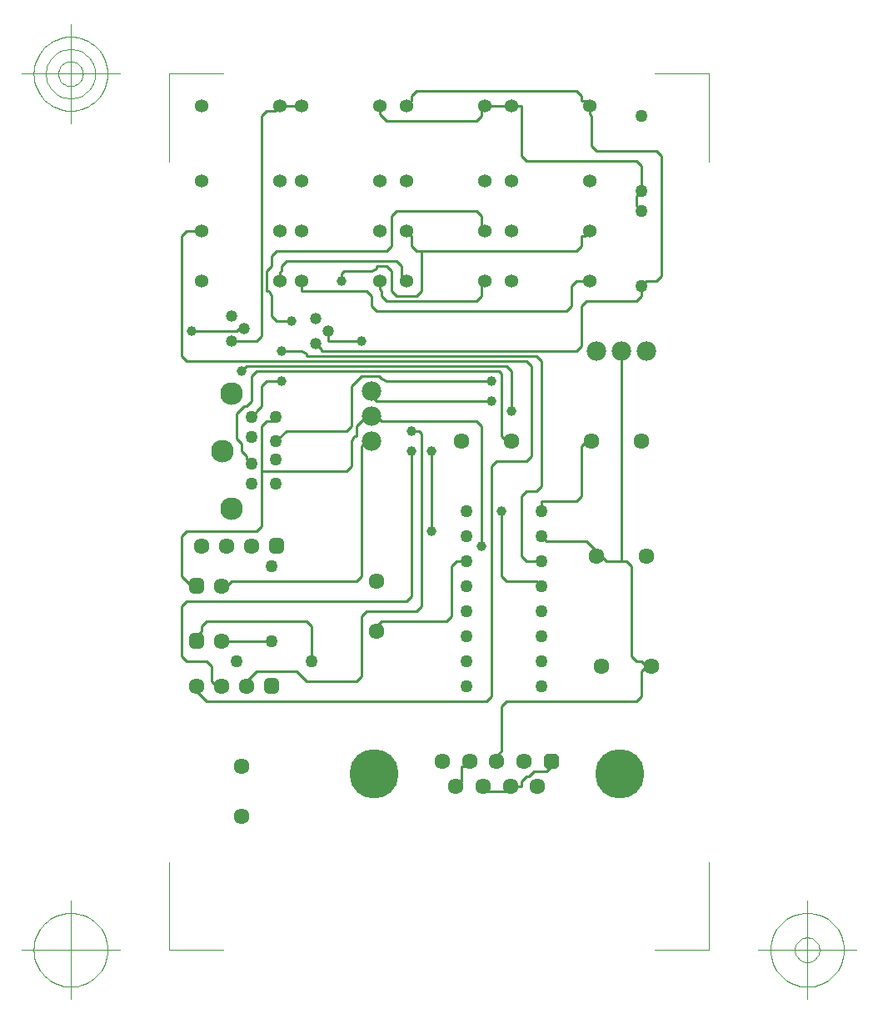
<source format=gbr>
G04 Generated by Ultiboard *
%FSLAX25Y25*%
%MOIN*%

%ADD14C,0.01000*%
%ADD13C,0.00394*%
%ADD15C,0.03937*%
%ADD16C,0.04943*%
%ADD17C,0.09055*%
%ADD18C,0.06334*%
%ADD19C,0.07834*%
%ADD20C,0.19666*%
%ADD21R,0.02667X0.02667*%
%ADD22C,0.03333*%
%ADD23C,0.05000*%
%ADD24R,0.02083X0.02083*%
%ADD25C,0.03917*%
%ADD26C,0.05337*%
%ADD27C,0.04666*%


%LNCopper Top*%
%LPD*%
%FSLAX25Y25*%
%MOIN*%
G54D14*
X74000Y254000D02*
X74000Y251000D01*
X74000Y251000D02*
X74000Y250000D01*
X36000Y236000D02*
X36000Y254000D01*
X180000Y284000D02*
X180000Y200000D01*
X124000Y206000D02*
X124000Y254000D01*
X144000Y278000D02*
X144000Y242000D01*
X72000Y254000D02*
X70000Y252000D01*
X70000Y252000D02*
X46000Y252000D01*
X46000Y252000D02*
X41748Y247748D01*
X96000Y252000D02*
X99000Y252000D01*
X99000Y252000D02*
X100000Y251000D01*
X100000Y251000D02*
X100000Y182000D01*
X148000Y230000D02*
X148000Y280000D01*
X132000Y250000D02*
X132000Y275000D01*
X26000Y259000D02*
X26000Y249000D01*
X128000Y146000D02*
X126000Y144000D01*
X126000Y144000D02*
X14000Y144000D01*
X133583Y108000D02*
X126667Y108000D01*
X126667Y108000D02*
X124667Y110000D01*
X115750Y112000D02*
X113750Y110000D01*
X119250Y120000D02*
X117250Y118000D01*
X117250Y118000D02*
X116000Y118000D01*
X116000Y118000D02*
X116000Y112000D01*
X116000Y112000D02*
X115750Y112000D01*
X70000Y236000D02*
X36000Y236000D01*
X74000Y192000D02*
X24000Y192000D01*
X94000Y184000D02*
X6000Y184000D01*
X74000Y152000D02*
X54000Y152000D01*
X24000Y192000D02*
X22000Y190000D01*
X22000Y190000D02*
X20000Y190000D01*
X4000Y194000D02*
X8000Y190000D01*
X8000Y190000D02*
X10000Y190000D01*
X40000Y168000D02*
X20000Y168000D01*
X54000Y176000D02*
X14000Y176000D01*
X34000Y156000D02*
X30000Y152000D01*
X30000Y152000D02*
X30000Y150000D01*
X14000Y160000D02*
X16000Y158000D01*
X16000Y158000D02*
X16000Y152000D01*
X16000Y152000D02*
X18000Y150000D01*
X14000Y144000D02*
X10000Y148000D01*
X10000Y148000D02*
X10000Y150000D01*
X18000Y150000D02*
X20000Y150000D01*
X14000Y176000D02*
X12000Y174000D01*
X12000Y174000D02*
X12000Y172000D01*
X12000Y172000D02*
X10000Y170000D01*
X4000Y182000D02*
X4000Y162000D01*
X10000Y170000D02*
X10000Y168000D01*
X4000Y162000D02*
X6000Y160000D01*
X6000Y160000D02*
X14000Y160000D01*
X6000Y184000D02*
X4000Y182000D01*
X54000Y152000D02*
X50000Y156000D01*
X50000Y156000D02*
X34000Y156000D01*
X56000Y160000D02*
X56000Y174000D01*
X56000Y174000D02*
X54000Y176000D01*
X34000Y212000D02*
X6000Y212000D01*
X28000Y244000D02*
X30000Y242000D01*
X30000Y242000D02*
X30000Y240598D01*
X30000Y240598D02*
X31906Y238693D01*
X4000Y210000D02*
X4000Y194000D01*
X6000Y212000D02*
X4000Y210000D01*
X26000Y249000D02*
X28000Y247000D01*
X28000Y247000D02*
X28000Y244000D01*
X36000Y236000D02*
X36000Y214000D01*
X36000Y214000D02*
X34000Y212000D01*
X96000Y244000D02*
X96000Y186000D01*
X112000Y198000D02*
X112000Y178000D01*
X96000Y186000D02*
X94000Y184000D01*
X110000Y176000D02*
X84000Y176000D01*
X98000Y180000D02*
X78000Y180000D01*
X76000Y178000D02*
X76000Y154000D01*
X76000Y154000D02*
X74000Y152000D01*
X78000Y180000D02*
X76000Y178000D01*
X84000Y176000D02*
X82000Y174000D01*
X82000Y174000D02*
X82000Y172000D01*
X112000Y178000D02*
X110000Y176000D01*
X100000Y182000D02*
X98000Y180000D01*
X76000Y246000D02*
X76000Y194000D01*
X76000Y194000D02*
X74000Y192000D01*
X80000Y248000D02*
X78000Y248000D01*
X78000Y248000D02*
X76000Y246000D01*
X72000Y238000D02*
X70000Y236000D01*
X74000Y250000D02*
X73000Y250000D01*
X73000Y250000D02*
X72000Y248000D01*
X72000Y248000D02*
X72000Y238000D01*
X104000Y244000D02*
X104000Y212000D01*
X118000Y200000D02*
X114000Y200000D01*
X114000Y200000D02*
X112000Y198000D01*
X132000Y142000D02*
X132000Y124000D01*
X145000Y116000D02*
X143000Y114000D01*
X143000Y114000D02*
X142000Y114000D01*
X142000Y114000D02*
X140000Y112000D01*
X135583Y110000D02*
X133583Y108000D01*
X140000Y112000D02*
X140000Y110000D01*
X140000Y110000D02*
X135583Y110000D01*
X132000Y124000D02*
X130167Y122167D01*
X130167Y122167D02*
X130167Y120000D01*
X152000Y120000D02*
X152000Y118000D01*
X152000Y118000D02*
X150000Y116000D01*
X150000Y116000D02*
X145000Y116000D01*
X192000Y158000D02*
X190000Y158000D01*
X190000Y158000D02*
X188000Y160000D01*
X188000Y160000D02*
X186000Y160000D01*
X192000Y158000D02*
X190000Y158000D01*
X190000Y158000D02*
X188000Y156000D01*
X188000Y156000D02*
X188000Y146000D01*
X188000Y146000D02*
X186000Y144000D01*
X184000Y162000D02*
X184000Y198000D01*
X128000Y238000D02*
X128000Y146000D01*
X148000Y190000D02*
X146000Y192000D01*
X186000Y144000D02*
X134000Y144000D01*
X134000Y144000D02*
X132000Y142000D01*
X186000Y160000D02*
X184000Y162000D01*
X166000Y208000D02*
X150000Y208000D01*
X162000Y224000D02*
X148000Y224000D01*
X148000Y224000D02*
X148000Y220000D01*
X132000Y194000D02*
X132000Y220000D01*
X140000Y202000D02*
X140000Y226000D01*
X146000Y192000D02*
X134000Y192000D01*
X148000Y200000D02*
X142000Y200000D01*
X142000Y200000D02*
X140000Y202000D01*
X134000Y192000D02*
X132000Y194000D01*
X150000Y208000D02*
X148000Y210000D01*
X144000Y242000D02*
X142000Y240000D01*
X142000Y240000D02*
X130000Y240000D01*
X140000Y226000D02*
X142000Y228000D01*
X142000Y228000D02*
X146000Y228000D01*
X130000Y240000D02*
X128000Y238000D01*
X136000Y248000D02*
X134000Y248000D01*
X134000Y248000D02*
X132000Y250000D01*
X146000Y228000D02*
X148000Y230000D01*
X182000Y200000D02*
X174000Y200000D01*
X174000Y200000D02*
X172000Y202000D01*
X172000Y202000D02*
X170000Y202000D01*
X170000Y202000D02*
X170000Y204000D01*
X170000Y204000D02*
X166000Y208000D01*
X184000Y198000D02*
X182000Y200000D01*
X164000Y246000D02*
X164000Y226000D01*
X164000Y226000D02*
X162000Y224000D01*
X168000Y248000D02*
X166000Y248000D01*
X166000Y248000D02*
X164000Y246000D01*
X125433Y382000D02*
X124000Y380567D01*
X135937Y382000D02*
X125433Y382000D01*
X125433Y312000D02*
X124000Y310567D01*
X162000Y324000D02*
X98000Y324000D01*
X125433Y332000D02*
X124000Y333433D01*
X6000Y280000D02*
X142000Y280000D01*
X128000Y264000D02*
X82000Y264000D01*
X128000Y272000D02*
X86000Y272000D01*
X162000Y388000D02*
X98000Y388000D01*
X162000Y284000D02*
X60000Y284000D01*
X134000Y278000D02*
X30000Y278000D01*
X146000Y282000D02*
X55000Y282000D01*
X131000Y276000D02*
X34000Y276000D01*
X158000Y300000D02*
X82000Y300000D01*
X124000Y380567D02*
X124000Y378000D01*
X124000Y378000D02*
X122000Y376000D01*
X86000Y376000D02*
X83433Y378567D01*
X83433Y378567D02*
X83433Y382000D01*
X38000Y380000D02*
X36000Y378000D01*
X36000Y378000D02*
X36000Y290000D01*
X62792Y291792D02*
X62792Y288000D01*
X62792Y288000D02*
X76000Y288000D01*
X90000Y320000D02*
X46000Y320000D01*
X86000Y324000D02*
X42000Y324000D01*
X78000Y308000D02*
X52000Y308000D01*
X44000Y318000D02*
X44000Y316000D01*
X44000Y316000D02*
X43433Y315433D01*
X43433Y315433D02*
X43433Y312000D01*
X40000Y318000D02*
X38000Y316000D01*
X38000Y316000D02*
X38000Y309000D01*
X4000Y330000D02*
X4000Y282000D01*
X34000Y288000D02*
X24000Y288000D01*
X30000Y278000D02*
X28000Y276000D01*
X34000Y259685D02*
X31906Y257591D01*
X34000Y276000D02*
X32000Y274000D01*
X32000Y274000D02*
X32000Y264000D01*
X32000Y264000D02*
X30000Y262000D01*
X30000Y262000D02*
X29000Y262000D01*
X4000Y282000D02*
X6000Y280000D01*
X29000Y262000D02*
X26000Y259000D01*
X8000Y292000D02*
X26000Y292000D01*
X26000Y292000D02*
X27000Y293000D01*
X27000Y293000D02*
X29000Y293000D01*
X60000Y284000D02*
X60000Y284583D01*
X60000Y284583D02*
X57792Y286792D01*
X55000Y282000D02*
X54000Y282000D01*
X54000Y282000D02*
X54000Y283000D01*
X54000Y283000D02*
X52000Y284000D01*
X52000Y284000D02*
X44000Y284000D01*
X36000Y270000D02*
X36000Y262000D01*
X36000Y254000D02*
X38000Y256000D01*
X38000Y256000D02*
X40157Y256000D01*
X40157Y256000D02*
X41748Y257591D01*
X36000Y262000D02*
X34000Y260000D01*
X34000Y260000D02*
X34000Y259685D01*
X44000Y272000D02*
X38000Y272000D01*
X38000Y272000D02*
X36000Y270000D01*
X42000Y296000D02*
X48000Y296000D01*
X40000Y306000D02*
X40000Y298000D01*
X40000Y298000D02*
X42000Y296000D01*
X36000Y290000D02*
X34000Y288000D01*
X38000Y309000D02*
X38000Y308000D01*
X38000Y308000D02*
X39000Y308000D01*
X39000Y308000D02*
X40000Y306000D01*
X52000Y308000D02*
X51937Y308063D01*
X51937Y308063D02*
X51937Y312000D01*
X11937Y332000D02*
X6000Y332000D01*
X6000Y332000D02*
X4000Y330000D01*
X46000Y320000D02*
X44000Y318000D01*
X42000Y324000D02*
X40000Y322000D01*
X40000Y322000D02*
X40000Y318000D01*
X100000Y324000D02*
X100000Y308000D01*
X88000Y308000D02*
X88000Y316000D01*
X88000Y316000D02*
X86000Y318000D01*
X82000Y317000D02*
X80000Y316000D01*
X80000Y316000D02*
X69000Y316000D01*
X69000Y316000D02*
X68000Y315000D01*
X68000Y315000D02*
X68000Y312000D01*
X93937Y312000D02*
X92000Y313937D01*
X92000Y313937D02*
X92000Y318000D01*
X122000Y304000D02*
X86000Y304000D01*
X122000Y256000D02*
X84000Y256000D01*
X98000Y306000D02*
X90000Y306000D01*
X80000Y258000D02*
X78000Y258000D01*
X78000Y258000D02*
X74000Y254000D01*
X82000Y258000D02*
X80000Y258000D01*
X82000Y264000D02*
X80000Y266000D01*
X80000Y266000D02*
X80000Y268000D01*
X83000Y274000D02*
X76000Y274000D01*
X72000Y270000D02*
X72000Y254000D01*
X76000Y274000D02*
X72000Y270000D01*
X84000Y256000D02*
X82000Y258000D01*
X86000Y272000D02*
X84000Y273000D01*
X84000Y273000D02*
X83000Y274000D01*
X82000Y300000D02*
X80000Y302000D01*
X80000Y302000D02*
X80000Y306000D01*
X80000Y306000D02*
X78000Y308000D01*
X86000Y304000D02*
X84000Y306000D01*
X84000Y306000D02*
X84000Y308000D01*
X84000Y308000D02*
X83433Y308567D01*
X83433Y308567D02*
X83433Y312000D01*
X90000Y306000D02*
X88000Y308000D01*
X124000Y254000D02*
X122000Y256000D01*
X100000Y308000D02*
X98000Y306000D01*
X124000Y310567D02*
X124000Y306000D01*
X124000Y306000D02*
X122000Y304000D01*
X122000Y376000D02*
X86000Y376000D01*
X96000Y330000D02*
X95937Y330000D01*
X95937Y330000D02*
X93937Y332000D01*
X122000Y340000D02*
X90000Y340000D01*
X88000Y338000D02*
X88000Y326000D01*
X86000Y318000D02*
X83000Y318000D01*
X83000Y318000D02*
X82000Y318000D01*
X82000Y318000D02*
X82000Y317000D01*
X92000Y318000D02*
X90000Y320000D01*
X88000Y326000D02*
X86000Y324000D01*
X90000Y340000D02*
X88000Y338000D01*
X96000Y326000D02*
X96000Y330000D01*
X98000Y324000D02*
X96000Y326000D01*
X124000Y333433D02*
X124000Y338000D01*
X124000Y338000D02*
X122000Y340000D01*
X51937Y382000D02*
X43433Y382000D01*
X43433Y382000D02*
X41433Y380000D01*
X41433Y380000D02*
X38000Y380000D01*
X96000Y384000D02*
X95937Y384000D01*
X95937Y384000D02*
X93937Y382000D01*
X98000Y388000D02*
X96000Y386000D01*
X96000Y386000D02*
X96000Y384000D01*
X140000Y362000D02*
X140000Y382000D01*
X168000Y366000D02*
X168000Y378000D01*
X168000Y378000D02*
X167433Y378567D01*
X167433Y378567D02*
X167433Y382000D01*
X188000Y348000D02*
X186000Y346000D01*
X186000Y342000D02*
X188000Y340000D01*
X188000Y348000D02*
X188000Y358000D01*
X188000Y358000D02*
X186000Y360000D01*
X188000Y310000D02*
X188000Y306000D01*
X188000Y306000D02*
X186000Y304000D01*
X188000Y310000D02*
X190000Y312000D01*
X190000Y312000D02*
X194000Y312000D01*
X194000Y364000D02*
X170000Y364000D01*
X160000Y302000D02*
X158000Y300000D01*
X148000Y280000D02*
X146000Y282000D01*
X142000Y280000D02*
X144000Y278000D01*
X136000Y260000D02*
X136000Y276000D01*
X136000Y276000D02*
X134000Y278000D01*
X132000Y275000D02*
X131000Y276000D01*
X164000Y286000D02*
X162000Y284000D01*
X186000Y304000D02*
X166000Y304000D01*
X164000Y302000D02*
X164000Y286000D01*
X166000Y304000D02*
X164000Y302000D01*
X167433Y312000D02*
X162000Y312000D01*
X162000Y312000D02*
X160000Y310000D01*
X160000Y310000D02*
X160000Y302000D01*
X186000Y360000D02*
X142000Y360000D01*
X142000Y360000D02*
X140000Y362000D01*
X186000Y346000D02*
X186000Y342000D01*
X167433Y332000D02*
X165433Y330000D01*
X165433Y330000D02*
X164000Y330000D01*
X164000Y330000D02*
X164000Y326000D01*
X164000Y326000D02*
X162000Y324000D01*
X170000Y364000D02*
X168000Y366000D01*
X194000Y312000D02*
X196000Y314000D01*
X196000Y314000D02*
X196000Y362000D01*
X196000Y362000D02*
X194000Y364000D01*
X140000Y382000D02*
X135937Y382000D01*
X167433Y382000D02*
X165433Y384000D01*
X165433Y384000D02*
X164000Y384000D01*
X164000Y384000D02*
X164000Y386000D01*
X164000Y386000D02*
X162000Y388000D01*
G54D13*
X-1000Y44493D02*
X-1000Y79513D01*
X-1000Y44493D02*
X20600Y44493D01*
X215000Y44493D02*
X193400Y44493D01*
X215000Y44493D02*
X215000Y79513D01*
X215000Y394701D02*
X215000Y359680D01*
X215000Y394701D02*
X193400Y394701D01*
X-1000Y394701D02*
X20600Y394701D01*
X-1000Y394701D02*
X-1000Y359680D01*
X-20685Y44493D02*
X-60055Y44493D01*
X-40370Y24807D02*
X-40370Y64178D01*
X-25606Y44493D02*
X-25677Y45940D01*
X-25677Y45940D02*
X-25890Y47373D01*
X-25890Y47373D02*
X-26242Y48778D01*
X-26242Y48778D02*
X-26730Y50142D01*
X-26730Y50142D02*
X-27350Y51452D01*
X-27350Y51452D02*
X-28094Y52695D01*
X-28094Y52695D02*
X-28958Y53859D01*
X-28958Y53859D02*
X-29931Y54932D01*
X-29931Y54932D02*
X-31004Y55905D01*
X-31004Y55905D02*
X-32168Y56768D01*
X-32168Y56768D02*
X-33410Y57513D01*
X-33410Y57513D02*
X-34720Y58132D01*
X-34720Y58132D02*
X-36084Y58621D01*
X-36084Y58621D02*
X-37490Y58973D01*
X-37490Y58973D02*
X-38923Y59185D01*
X-38923Y59185D02*
X-40370Y59256D01*
X-40370Y59256D02*
X-41817Y59185D01*
X-41817Y59185D02*
X-43250Y58973D01*
X-43250Y58973D02*
X-44656Y58621D01*
X-44656Y58621D02*
X-46020Y58132D01*
X-46020Y58132D02*
X-47330Y57513D01*
X-47330Y57513D02*
X-48572Y56768D01*
X-48572Y56768D02*
X-49736Y55905D01*
X-49736Y55905D02*
X-50810Y54932D01*
X-50810Y54932D02*
X-51783Y53859D01*
X-51783Y53859D02*
X-52646Y52695D01*
X-52646Y52695D02*
X-53391Y51452D01*
X-53391Y51452D02*
X-54010Y50142D01*
X-54010Y50142D02*
X-54498Y48778D01*
X-54498Y48778D02*
X-54850Y47373D01*
X-54850Y47373D02*
X-55063Y45940D01*
X-55063Y45940D02*
X-55134Y44493D01*
X-55134Y44493D02*
X-55063Y43045D01*
X-55063Y43045D02*
X-54850Y41612D01*
X-54850Y41612D02*
X-54498Y40207D01*
X-54498Y40207D02*
X-54010Y38843D01*
X-54010Y38843D02*
X-53391Y37533D01*
X-53391Y37533D02*
X-52646Y36290D01*
X-52646Y36290D02*
X-51783Y35126D01*
X-51783Y35126D02*
X-50810Y34053D01*
X-50810Y34053D02*
X-49736Y33080D01*
X-49736Y33080D02*
X-48572Y32217D01*
X-48572Y32217D02*
X-47330Y31472D01*
X-47330Y31472D02*
X-46020Y30853D01*
X-46020Y30853D02*
X-44656Y30364D01*
X-44656Y30364D02*
X-43250Y30012D01*
X-43250Y30012D02*
X-41817Y29800D01*
X-41817Y29800D02*
X-40370Y29729D01*
X-40370Y29729D02*
X-38923Y29800D01*
X-38923Y29800D02*
X-37490Y30012D01*
X-37490Y30012D02*
X-36084Y30364D01*
X-36084Y30364D02*
X-34720Y30853D01*
X-34720Y30853D02*
X-33410Y31472D01*
X-33410Y31472D02*
X-32168Y32217D01*
X-32168Y32217D02*
X-31004Y33080D01*
X-31004Y33080D02*
X-29931Y34053D01*
X-29931Y34053D02*
X-28958Y35126D01*
X-28958Y35126D02*
X-28094Y36290D01*
X-28094Y36290D02*
X-27350Y37533D01*
X-27350Y37533D02*
X-26730Y38843D01*
X-26730Y38843D02*
X-26242Y40207D01*
X-26242Y40207D02*
X-25890Y41612D01*
X-25890Y41612D02*
X-25677Y43045D01*
X-25677Y43045D02*
X-25606Y44493D01*
X234685Y44493D02*
X274055Y44493D01*
X254370Y24807D02*
X254370Y64178D01*
X269134Y44493D02*
X269063Y45940D01*
X269063Y45940D02*
X268850Y47373D01*
X268850Y47373D02*
X268498Y48778D01*
X268498Y48778D02*
X268010Y50142D01*
X268010Y50142D02*
X267391Y51452D01*
X267391Y51452D02*
X266646Y52695D01*
X266646Y52695D02*
X265783Y53859D01*
X265783Y53859D02*
X264810Y54932D01*
X264810Y54932D02*
X263736Y55905D01*
X263736Y55905D02*
X262572Y56768D01*
X262572Y56768D02*
X261330Y57513D01*
X261330Y57513D02*
X260020Y58132D01*
X260020Y58132D02*
X258656Y58621D01*
X258656Y58621D02*
X257250Y58973D01*
X257250Y58973D02*
X255817Y59185D01*
X255817Y59185D02*
X254370Y59256D01*
X254370Y59256D02*
X252923Y59185D01*
X252923Y59185D02*
X251490Y58973D01*
X251490Y58973D02*
X250084Y58621D01*
X250084Y58621D02*
X248720Y58132D01*
X248720Y58132D02*
X247410Y57513D01*
X247410Y57513D02*
X246168Y56768D01*
X246168Y56768D02*
X245004Y55905D01*
X245004Y55905D02*
X243931Y54932D01*
X243931Y54932D02*
X242958Y53859D01*
X242958Y53859D02*
X242094Y52695D01*
X242094Y52695D02*
X241350Y51452D01*
X241350Y51452D02*
X240730Y50142D01*
X240730Y50142D02*
X240242Y48778D01*
X240242Y48778D02*
X239890Y47373D01*
X239890Y47373D02*
X239677Y45940D01*
X239677Y45940D02*
X239606Y44493D01*
X239606Y44493D02*
X239677Y43045D01*
X239677Y43045D02*
X239890Y41612D01*
X239890Y41612D02*
X240242Y40207D01*
X240242Y40207D02*
X240730Y38843D01*
X240730Y38843D02*
X241350Y37533D01*
X241350Y37533D02*
X242094Y36290D01*
X242094Y36290D02*
X242958Y35126D01*
X242958Y35126D02*
X243931Y34053D01*
X243931Y34053D02*
X245004Y33080D01*
X245004Y33080D02*
X246168Y32217D01*
X246168Y32217D02*
X247410Y31472D01*
X247410Y31472D02*
X248720Y30853D01*
X248720Y30853D02*
X250084Y30364D01*
X250084Y30364D02*
X251490Y30012D01*
X251490Y30012D02*
X252923Y29800D01*
X252923Y29800D02*
X254370Y29729D01*
X254370Y29729D02*
X255817Y29800D01*
X255817Y29800D02*
X257250Y30012D01*
X257250Y30012D02*
X258656Y30364D01*
X258656Y30364D02*
X260020Y30853D01*
X260020Y30853D02*
X261330Y31472D01*
X261330Y31472D02*
X262572Y32217D01*
X262572Y32217D02*
X263736Y33080D01*
X263736Y33080D02*
X264810Y34053D01*
X264810Y34053D02*
X265783Y35126D01*
X265783Y35126D02*
X266646Y36290D01*
X266646Y36290D02*
X267391Y37533D01*
X267391Y37533D02*
X268010Y38843D01*
X268010Y38843D02*
X268498Y40207D01*
X268498Y40207D02*
X268850Y41612D01*
X268850Y41612D02*
X269063Y43045D01*
X269063Y43045D02*
X269134Y44493D01*
X259291Y44493D02*
X259268Y44975D01*
X259268Y44975D02*
X259197Y45453D01*
X259197Y45453D02*
X259079Y45921D01*
X259079Y45921D02*
X258917Y46376D01*
X258917Y46376D02*
X258710Y46812D01*
X258710Y46812D02*
X258462Y47227D01*
X258462Y47227D02*
X258174Y47615D01*
X258174Y47615D02*
X257850Y47972D01*
X257850Y47972D02*
X257492Y48297D01*
X257492Y48297D02*
X257104Y48584D01*
X257104Y48584D02*
X256690Y48833D01*
X256690Y48833D02*
X256253Y49039D01*
X256253Y49039D02*
X255799Y49202D01*
X255799Y49202D02*
X255330Y49319D01*
X255330Y49319D02*
X254852Y49390D01*
X254852Y49390D02*
X254370Y49414D01*
X254370Y49414D02*
X253888Y49390D01*
X253888Y49390D02*
X253410Y49319D01*
X253410Y49319D02*
X252942Y49202D01*
X252942Y49202D02*
X252487Y49039D01*
X252487Y49039D02*
X252050Y48833D01*
X252050Y48833D02*
X251636Y48584D01*
X251636Y48584D02*
X251248Y48297D01*
X251248Y48297D02*
X250890Y47972D01*
X250890Y47972D02*
X250566Y47615D01*
X250566Y47615D02*
X250278Y47227D01*
X250278Y47227D02*
X250030Y46812D01*
X250030Y46812D02*
X249823Y46376D01*
X249823Y46376D02*
X249661Y45921D01*
X249661Y45921D02*
X249543Y45453D01*
X249543Y45453D02*
X249473Y44975D01*
X249473Y44975D02*
X249449Y44493D01*
X249449Y44493D02*
X249473Y44010D01*
X249473Y44010D02*
X249543Y43532D01*
X249543Y43532D02*
X249661Y43064D01*
X249661Y43064D02*
X249823Y42609D01*
X249823Y42609D02*
X250030Y42173D01*
X250030Y42173D02*
X250278Y41758D01*
X250278Y41758D02*
X250566Y41371D01*
X250566Y41371D02*
X250890Y41013D01*
X250890Y41013D02*
X251248Y40688D01*
X251248Y40688D02*
X251636Y40401D01*
X251636Y40401D02*
X252050Y40152D01*
X252050Y40152D02*
X252487Y39946D01*
X252487Y39946D02*
X252942Y39783D01*
X252942Y39783D02*
X253410Y39666D01*
X253410Y39666D02*
X253888Y39595D01*
X253888Y39595D02*
X254370Y39571D01*
X254370Y39571D02*
X254852Y39595D01*
X254852Y39595D02*
X255330Y39666D01*
X255330Y39666D02*
X255799Y39783D01*
X255799Y39783D02*
X256253Y39946D01*
X256253Y39946D02*
X256690Y40152D01*
X256690Y40152D02*
X257104Y40401D01*
X257104Y40401D02*
X257492Y40688D01*
X257492Y40688D02*
X257850Y41013D01*
X257850Y41013D02*
X258174Y41371D01*
X258174Y41371D02*
X258462Y41758D01*
X258462Y41758D02*
X258710Y42173D01*
X258710Y42173D02*
X258917Y42609D01*
X258917Y42609D02*
X259079Y43064D01*
X259079Y43064D02*
X259197Y43532D01*
X259197Y43532D02*
X259268Y44010D01*
X259268Y44010D02*
X259291Y44493D01*
X-20685Y394701D02*
X-60055Y394701D01*
X-40370Y375016D02*
X-40370Y414386D01*
X-25606Y394701D02*
X-25677Y396148D01*
X-25677Y396148D02*
X-25890Y397581D01*
X-25890Y397581D02*
X-26242Y398986D01*
X-26242Y398986D02*
X-26730Y400351D01*
X-26730Y400351D02*
X-27350Y401660D01*
X-27350Y401660D02*
X-28094Y402903D01*
X-28094Y402903D02*
X-28958Y404067D01*
X-28958Y404067D02*
X-29931Y405140D01*
X-29931Y405140D02*
X-31004Y406113D01*
X-31004Y406113D02*
X-32168Y406976D01*
X-32168Y406976D02*
X-33410Y407721D01*
X-33410Y407721D02*
X-34720Y408341D01*
X-34720Y408341D02*
X-36084Y408829D01*
X-36084Y408829D02*
X-37490Y409181D01*
X-37490Y409181D02*
X-38923Y409393D01*
X-38923Y409393D02*
X-40370Y409465D01*
X-40370Y409465D02*
X-41817Y409393D01*
X-41817Y409393D02*
X-43250Y409181D01*
X-43250Y409181D02*
X-44656Y408829D01*
X-44656Y408829D02*
X-46020Y408341D01*
X-46020Y408341D02*
X-47330Y407721D01*
X-47330Y407721D02*
X-48572Y406976D01*
X-48572Y406976D02*
X-49736Y406113D01*
X-49736Y406113D02*
X-50810Y405140D01*
X-50810Y405140D02*
X-51783Y404067D01*
X-51783Y404067D02*
X-52646Y402903D01*
X-52646Y402903D02*
X-53391Y401660D01*
X-53391Y401660D02*
X-54010Y400351D01*
X-54010Y400351D02*
X-54498Y398986D01*
X-54498Y398986D02*
X-54850Y397581D01*
X-54850Y397581D02*
X-55063Y396148D01*
X-55063Y396148D02*
X-55134Y394701D01*
X-55134Y394701D02*
X-55063Y393254D01*
X-55063Y393254D02*
X-54850Y391821D01*
X-54850Y391821D02*
X-54498Y390415D01*
X-54498Y390415D02*
X-54010Y389051D01*
X-54010Y389051D02*
X-53391Y387741D01*
X-53391Y387741D02*
X-52646Y386498D01*
X-52646Y386498D02*
X-51783Y385335D01*
X-51783Y385335D02*
X-50810Y384261D01*
X-50810Y384261D02*
X-49736Y383288D01*
X-49736Y383288D02*
X-48572Y382425D01*
X-48572Y382425D02*
X-47330Y381680D01*
X-47330Y381680D02*
X-46020Y381061D01*
X-46020Y381061D02*
X-44656Y380573D01*
X-44656Y380573D02*
X-43250Y380221D01*
X-43250Y380221D02*
X-41817Y380008D01*
X-41817Y380008D02*
X-40370Y379937D01*
X-40370Y379937D02*
X-38923Y380008D01*
X-38923Y380008D02*
X-37490Y380221D01*
X-37490Y380221D02*
X-36084Y380573D01*
X-36084Y380573D02*
X-34720Y381061D01*
X-34720Y381061D02*
X-33410Y381680D01*
X-33410Y381680D02*
X-32168Y382425D01*
X-32168Y382425D02*
X-31004Y383288D01*
X-31004Y383288D02*
X-29931Y384261D01*
X-29931Y384261D02*
X-28958Y385335D01*
X-28958Y385335D02*
X-28094Y386498D01*
X-28094Y386498D02*
X-27350Y387741D01*
X-27350Y387741D02*
X-26730Y389051D01*
X-26730Y389051D02*
X-26242Y390415D01*
X-26242Y390415D02*
X-25890Y391821D01*
X-25890Y391821D02*
X-25677Y393254D01*
X-25677Y393254D02*
X-25606Y394701D01*
X-30528Y394701D02*
X-30575Y395666D01*
X-30575Y395666D02*
X-30717Y396621D01*
X-30717Y396621D02*
X-30951Y397558D01*
X-30951Y397558D02*
X-31277Y398467D01*
X-31277Y398467D02*
X-31690Y399341D01*
X-31690Y399341D02*
X-32186Y400169D01*
X-32186Y400169D02*
X-32762Y400945D01*
X-32762Y400945D02*
X-33410Y401661D01*
X-33410Y401661D02*
X-34126Y402309D01*
X-34126Y402309D02*
X-34902Y402885D01*
X-34902Y402885D02*
X-35730Y403381D01*
X-35730Y403381D02*
X-36604Y403794D01*
X-36604Y403794D02*
X-37513Y404119D01*
X-37513Y404119D02*
X-38450Y404354D01*
X-38450Y404354D02*
X-39405Y404496D01*
X-39405Y404496D02*
X-40370Y404543D01*
X-40370Y404543D02*
X-41335Y404496D01*
X-41335Y404496D02*
X-42290Y404354D01*
X-42290Y404354D02*
X-43227Y404119D01*
X-43227Y404119D02*
X-44137Y403794D01*
X-44137Y403794D02*
X-45010Y403381D01*
X-45010Y403381D02*
X-45838Y402885D01*
X-45838Y402885D02*
X-46614Y402309D01*
X-46614Y402309D02*
X-47330Y401661D01*
X-47330Y401661D02*
X-47978Y400945D01*
X-47978Y400945D02*
X-48554Y400169D01*
X-48554Y400169D02*
X-49050Y399341D01*
X-49050Y399341D02*
X-49463Y398467D01*
X-49463Y398467D02*
X-49789Y397558D01*
X-49789Y397558D02*
X-50023Y396621D01*
X-50023Y396621D02*
X-50165Y395666D01*
X-50165Y395666D02*
X-50213Y394701D01*
X-50213Y394701D02*
X-50165Y393736D01*
X-50165Y393736D02*
X-50023Y392781D01*
X-50023Y392781D02*
X-49789Y391844D01*
X-49789Y391844D02*
X-49463Y390934D01*
X-49463Y390934D02*
X-49050Y390061D01*
X-49050Y390061D02*
X-48554Y389233D01*
X-48554Y389233D02*
X-47978Y388457D01*
X-47978Y388457D02*
X-47330Y387741D01*
X-47330Y387741D02*
X-46614Y387092D01*
X-46614Y387092D02*
X-45838Y386517D01*
X-45838Y386517D02*
X-45010Y386020D01*
X-45010Y386020D02*
X-44137Y385607D01*
X-44137Y385607D02*
X-43227Y385282D01*
X-43227Y385282D02*
X-42290Y385047D01*
X-42290Y385047D02*
X-41335Y384906D01*
X-41335Y384906D02*
X-40370Y384858D01*
X-40370Y384858D02*
X-39405Y384906D01*
X-39405Y384906D02*
X-38450Y385047D01*
X-38450Y385047D02*
X-37513Y385282D01*
X-37513Y385282D02*
X-36604Y385607D01*
X-36604Y385607D02*
X-35730Y386020D01*
X-35730Y386020D02*
X-34902Y386517D01*
X-34902Y386517D02*
X-34126Y387092D01*
X-34126Y387092D02*
X-33410Y387741D01*
X-33410Y387741D02*
X-32762Y388457D01*
X-32762Y388457D02*
X-32186Y389233D01*
X-32186Y389233D02*
X-31690Y390061D01*
X-31690Y390061D02*
X-31277Y390934D01*
X-31277Y390934D02*
X-30951Y391844D01*
X-30951Y391844D02*
X-30717Y392781D01*
X-30717Y392781D02*
X-30575Y393736D01*
X-30575Y393736D02*
X-30528Y394701D01*
X-35449Y394701D02*
X-35473Y395183D01*
X-35473Y395183D02*
X-35543Y395661D01*
X-35543Y395661D02*
X-35661Y396129D01*
X-35661Y396129D02*
X-35823Y396584D01*
X-35823Y396584D02*
X-36030Y397021D01*
X-36030Y397021D02*
X-36278Y397435D01*
X-36278Y397435D02*
X-36566Y397823D01*
X-36566Y397823D02*
X-36890Y398181D01*
X-36890Y398181D02*
X-37248Y398505D01*
X-37248Y398505D02*
X-37636Y398793D01*
X-37636Y398793D02*
X-38050Y399041D01*
X-38050Y399041D02*
X-38487Y399247D01*
X-38487Y399247D02*
X-38942Y399410D01*
X-38942Y399410D02*
X-39410Y399527D01*
X-39410Y399527D02*
X-39888Y399598D01*
X-39888Y399598D02*
X-40370Y399622D01*
X-40370Y399622D02*
X-40852Y399598D01*
X-40852Y399598D02*
X-41330Y399527D01*
X-41330Y399527D02*
X-41799Y399410D01*
X-41799Y399410D02*
X-42253Y399247D01*
X-42253Y399247D02*
X-42690Y399041D01*
X-42690Y399041D02*
X-43104Y398793D01*
X-43104Y398793D02*
X-43492Y398505D01*
X-43492Y398505D02*
X-43850Y398181D01*
X-43850Y398181D02*
X-44174Y397823D01*
X-44174Y397823D02*
X-44462Y397435D01*
X-44462Y397435D02*
X-44710Y397021D01*
X-44710Y397021D02*
X-44917Y396584D01*
X-44917Y396584D02*
X-45079Y396129D01*
X-45079Y396129D02*
X-45197Y395661D01*
X-45197Y395661D02*
X-45268Y395183D01*
X-45268Y395183D02*
X-45291Y394701D01*
X-45291Y394701D02*
X-45268Y394218D01*
X-45268Y394218D02*
X-45197Y393741D01*
X-45197Y393741D02*
X-45079Y393272D01*
X-45079Y393272D02*
X-44917Y392818D01*
X-44917Y392818D02*
X-44710Y392381D01*
X-44710Y392381D02*
X-44462Y391967D01*
X-44462Y391967D02*
X-44174Y391579D01*
X-44174Y391579D02*
X-43850Y391221D01*
X-43850Y391221D02*
X-43492Y390897D01*
X-43492Y390897D02*
X-43104Y390609D01*
X-43104Y390609D02*
X-42690Y390361D01*
X-42690Y390361D02*
X-42253Y390154D01*
X-42253Y390154D02*
X-41799Y389991D01*
X-41799Y389991D02*
X-41330Y389874D01*
X-41330Y389874D02*
X-40852Y389803D01*
X-40852Y389803D02*
X-40370Y389780D01*
X-40370Y389780D02*
X-39888Y389803D01*
X-39888Y389803D02*
X-39410Y389874D01*
X-39410Y389874D02*
X-38942Y389991D01*
X-38942Y389991D02*
X-38487Y390154D01*
X-38487Y390154D02*
X-38050Y390361D01*
X-38050Y390361D02*
X-37636Y390609D01*
X-37636Y390609D02*
X-37248Y390897D01*
X-37248Y390897D02*
X-36890Y391221D01*
X-36890Y391221D02*
X-36566Y391579D01*
X-36566Y391579D02*
X-36278Y391967D01*
X-36278Y391967D02*
X-36030Y392381D01*
X-36030Y392381D02*
X-35823Y392818D01*
X-35823Y392818D02*
X-35661Y393272D01*
X-35661Y393272D02*
X-35543Y393741D01*
X-35543Y393741D02*
X-35473Y394218D01*
X-35473Y394218D02*
X-35449Y394701D01*
G54D15*
X96000Y252000D03*
X124000Y206000D03*
X96000Y244000D03*
X104000Y212000D03*
X104000Y244000D03*
X132000Y220000D03*
X128000Y272000D03*
X128000Y264000D03*
X28000Y276000D03*
X8000Y292000D03*
X44000Y284000D03*
X44000Y272000D03*
X48000Y296000D03*
X68000Y312000D03*
X76000Y288000D03*
X136000Y260000D03*
G54D16*
X31906Y249677D03*
X31906Y238693D03*
X31906Y230819D03*
X41748Y230819D03*
X41748Y240661D03*
X41748Y247748D03*
X31906Y257591D03*
X41748Y257591D03*
G54D17*
X24000Y221000D03*
X20488Y244000D03*
X24000Y267000D03*
G54D18*
X116000Y248000D03*
X136000Y248000D03*
X188000Y248000D03*
X168000Y248000D03*
X124667Y110000D03*
X113750Y110000D03*
X135583Y110000D03*
X146500Y110000D03*
X108333Y120000D03*
X119250Y120000D03*
X141083Y120000D03*
X130167Y120000D03*
X28000Y98000D03*
X28000Y118000D03*
X82000Y192000D03*
X82000Y172000D03*
X20000Y190000D03*
X30000Y150000D03*
X10000Y150000D03*
X20000Y150000D03*
X20000Y168000D03*
X32000Y206000D03*
X12000Y206000D03*
X22000Y206000D03*
X192000Y158000D03*
X172000Y158000D03*
X190000Y202000D03*
X170000Y202000D03*
G54D19*
X80000Y248000D03*
X80000Y268000D03*
X80000Y258000D03*
X190000Y284000D03*
X170000Y284000D03*
X180000Y284000D03*
G54D20*
X81000Y115000D03*
X179417Y115000D03*
G54D21*
X152000Y120000D03*
G54D22*
X150667Y118667D02*
X153333Y118667D01*
X153333Y121333D01*
X150667Y121333D01*
X150667Y118667D01*D02*
G54D23*
X118000Y190000D03*
X118000Y160000D03*
X118000Y150000D03*
X118000Y170000D03*
X118000Y180000D03*
X118000Y220000D03*
X118000Y200000D03*
X118000Y210000D03*
X148000Y190000D03*
X148000Y160000D03*
X148000Y150000D03*
X148000Y170000D03*
X148000Y180000D03*
X148000Y220000D03*
X148000Y200000D03*
X148000Y210000D03*
X40000Y168000D03*
X40000Y198000D03*
X26000Y160000D03*
X56000Y160000D03*
X188000Y378000D03*
X188000Y348000D03*
X188000Y310000D03*
X188000Y340000D03*
G54D24*
X10000Y190000D03*
X40000Y150000D03*
X10000Y168000D03*
X42000Y206000D03*
G54D25*
X8959Y188959D02*
X11041Y188959D01*
X11041Y191041D01*
X8959Y191041D01*
X8959Y188959D01*D02*
X38959Y148959D02*
X41041Y148959D01*
X41041Y151041D01*
X38959Y151041D01*
X38959Y148959D01*D02*
X8959Y166959D02*
X11041Y166959D01*
X11041Y169041D01*
X8959Y169041D01*
X8959Y166959D01*D02*
X40959Y204959D02*
X43041Y204959D01*
X43041Y207041D01*
X40959Y207041D01*
X40959Y204959D01*D02*
G54D26*
X125433Y312000D03*
X125433Y332000D03*
X125433Y352000D03*
X125433Y382000D03*
X93937Y312000D03*
X93937Y332000D03*
X93937Y352000D03*
X93937Y382000D03*
X51937Y312000D03*
X51937Y332000D03*
X51937Y352000D03*
X83433Y312000D03*
X83433Y332000D03*
X83433Y352000D03*
X51937Y382000D03*
X83433Y382000D03*
X11937Y312000D03*
X43433Y312000D03*
X11937Y332000D03*
X11937Y352000D03*
X43433Y332000D03*
X43433Y352000D03*
X11937Y382000D03*
X43433Y382000D03*
X135937Y312000D03*
X167433Y312000D03*
X135937Y332000D03*
X135937Y352000D03*
X167433Y332000D03*
X167433Y352000D03*
X135937Y382000D03*
X167433Y382000D03*
G54D27*
X62792Y291792D03*
X57792Y296792D03*
X57792Y286792D03*
X24000Y298000D03*
X29000Y293000D03*
X24000Y288000D03*

M00*

</source>
